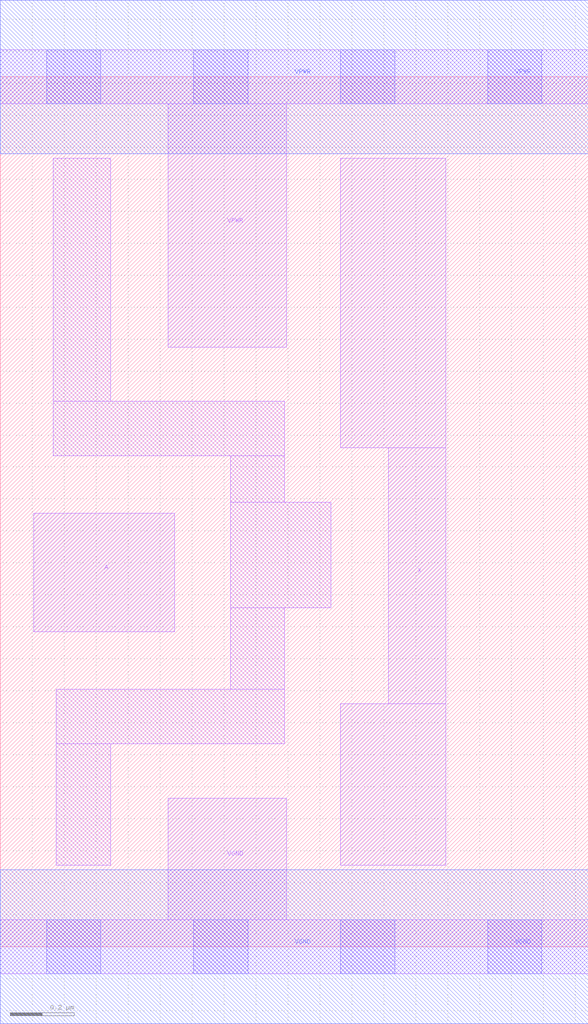
<source format=lef>
# Copyright 2020 The SkyWater PDK Authors
#
# Licensed under the Apache License, Version 2.0 (the "License");
# you may not use this file except in compliance with the License.
# You may obtain a copy of the License at
#
#     https://www.apache.org/licenses/LICENSE-2.0
#
# Unless required by applicable law or agreed to in writing, software
# distributed under the License is distributed on an "AS IS" BASIS,
# WITHOUT WARRANTIES OR CONDITIONS OF ANY KIND, either express or implied.
# See the License for the specific language governing permissions and
# limitations under the License.
#
# SPDX-License-Identifier: Apache-2.0

VERSION 5.7 ;
  NAMESCASESENSITIVE ON ;
  NOWIREEXTENSIONATPIN ON ;
  DIVIDERCHAR "/" ;
  BUSBITCHARS "[]" ;
UNITS
  DATABASE MICRONS 200 ;
END UNITS
PROPERTYDEFINITIONS
  MACRO maskLayoutSubType STRING ;
  MACRO prCellType STRING ;
  MACRO originalViewName STRING ;
END PROPERTYDEFINITIONS
MACRO sky130_fd_sc_hdll__buf_1
  CLASS CORE ;
  FOREIGN sky130_fd_sc_hdll__buf_1 ;
  ORIGIN  0.000000  0.000000 ;
  SIZE  1.840000 BY  2.720000 ;
  SYMMETRY X Y R90 ;
  SITE unithd ;
  PIN A
    ANTENNAGATEAREA  0.220200 ;
    DIRECTION INPUT ;
    USE SIGNAL ;
    PORT
      LAYER li1 ;
        RECT 0.105000 0.985000 0.545000 1.355000 ;
    END
  END A
  PIN VGND
    ANTENNADIFFAREA  0.176800 ;
    DIRECTION INOUT ;
    USE SIGNAL ;
    PORT
      LAYER li1 ;
        RECT 0.000000 -0.085000 1.840000 0.085000 ;
        RECT 0.525000  0.085000 0.895000 0.465000 ;
      LAYER mcon ;
        RECT 0.145000 -0.085000 0.315000 0.085000 ;
        RECT 0.605000 -0.085000 0.775000 0.085000 ;
        RECT 1.065000 -0.085000 1.235000 0.085000 ;
        RECT 1.525000 -0.085000 1.695000 0.085000 ;
      LAYER met1 ;
        RECT 0.000000 -0.240000 1.840000 0.240000 ;
    END
  END VGND
  PIN VPWR
    ANTENNADIFFAREA  0.244900 ;
    DIRECTION INOUT ;
    USE SIGNAL ;
    PORT
      LAYER li1 ;
        RECT 0.000000 2.635000 1.840000 2.805000 ;
        RECT 0.525000 1.875000 0.895000 2.635000 ;
      LAYER mcon ;
        RECT 0.145000 2.635000 0.315000 2.805000 ;
        RECT 0.605000 2.635000 0.775000 2.805000 ;
        RECT 1.065000 2.635000 1.235000 2.805000 ;
        RECT 1.525000 2.635000 1.695000 2.805000 ;
      LAYER met1 ;
        RECT 0.000000 2.480000 1.840000 2.960000 ;
    END
  END VPWR
  PIN X
    ANTENNADIFFAREA  0.348500 ;
    DIRECTION OUTPUT ;
    USE SIGNAL ;
    PORT
      LAYER li1 ;
        RECT 1.065000 0.255000 1.395000 0.760000 ;
        RECT 1.065000 1.560000 1.395000 2.465000 ;
        RECT 1.215000 0.760000 1.395000 1.560000 ;
    END
  END X
  OBS
    LAYER li1 ;
      RECT 0.165000 1.535000 0.890000 1.705000 ;
      RECT 0.165000 1.705000 0.345000 2.465000 ;
      RECT 0.175000 0.255000 0.345000 0.635000 ;
      RECT 0.175000 0.635000 0.890000 0.805000 ;
      RECT 0.720000 0.805000 0.890000 1.060000 ;
      RECT 0.720000 1.060000 1.035000 1.390000 ;
      RECT 0.720000 1.390000 0.890000 1.535000 ;
  END
  PROPERTY maskLayoutSubType "abstract" ;
  PROPERTY prCellType "standard" ;
  PROPERTY originalViewName "layout" ;
END sky130_fd_sc_hdll__buf_1

</source>
